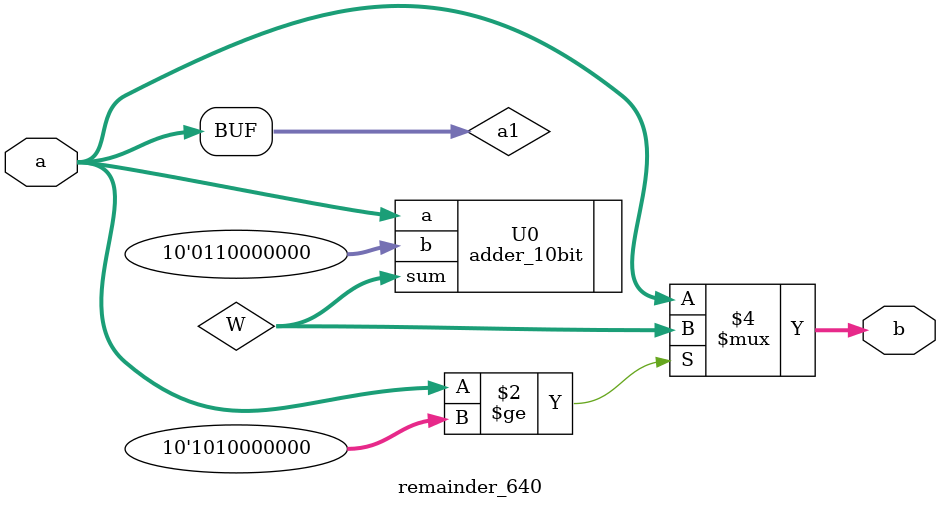
<source format=v>
`timescale 1ns / 1ps


module remainder_640(
    input [9:0] a,
    output reg [9:0] b
    );
    
    adder_10bit U0(
        .a(a),
        .b(10'd384),
        .sum(W)
    );
   
    
    wire [9:0] W;
    reg [9:0] a1;
    
    always @(W) begin
        a1=a;
        if(a1 >= 10'd640) begin
            b=W;
         end
         else b=a1;
    end
    
endmodule

</source>
